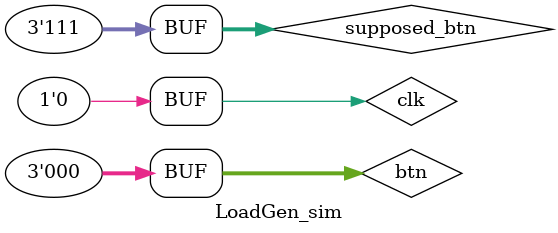
<source format=v>
`timescale 1ns / 1ps

module LoadGen_sim;

// Inputs
reg clk;
reg [2:0] btn;
reg [2:0] supposed_btn;

// Outputs
wire load_out;

// Instantiate the Unit Under Test (UUT)
LoadGen uut (
          .clk(clk),
          .btn(btn),
          .supposed_btn(supposed_btn),
          .load_out(load_out)
        );

initial
  begin
    // Initialize Inputs
    clk = 0;
    btn = 0;
    supposed_btn = 3'b111;

    // Wait 100 ns for global reset to finish
    #100;

    btn = 3'b111;
    #30;
    btn = 0;
    # 30;
    btn = 3'b101;
    #30;
    btn = 0;
  end

always
  begin
    clk = 1;
    #10;
    clk = 0;
    #10;
  end

endmodule

</source>
